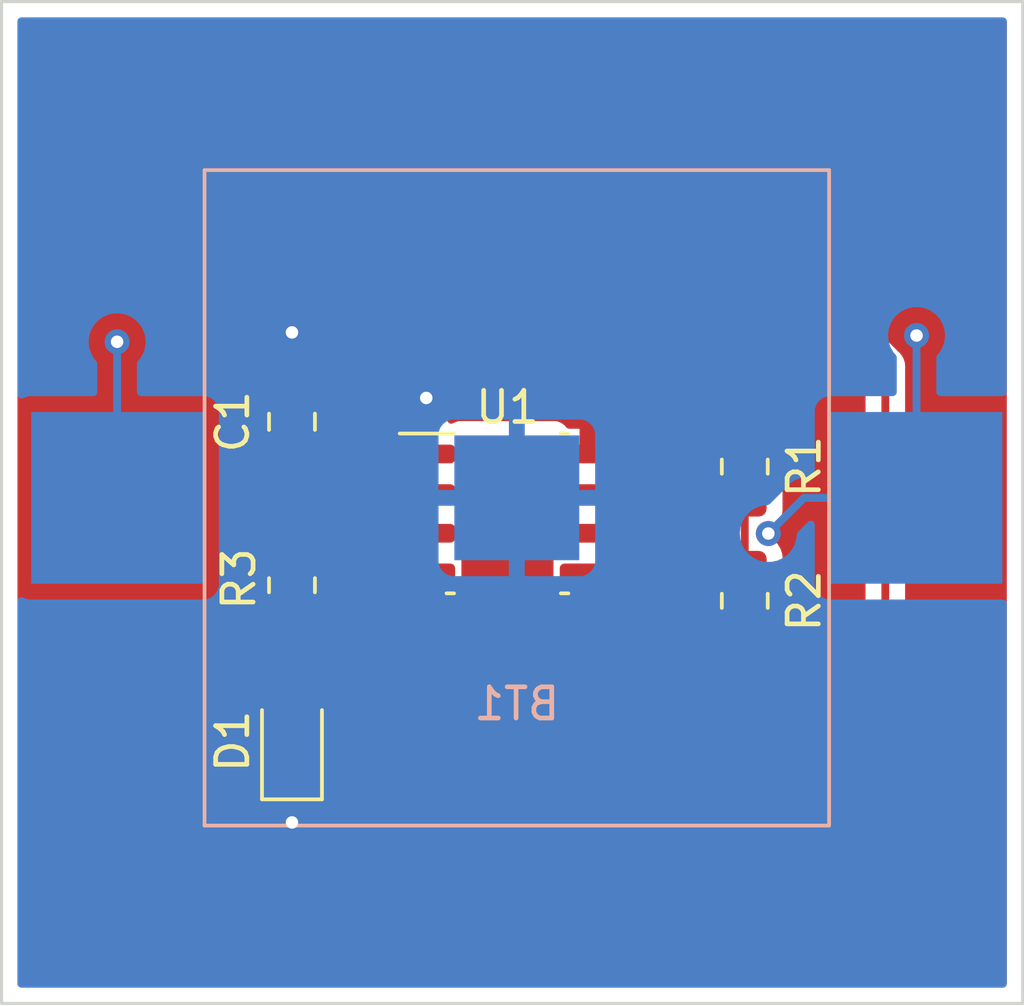
<source format=kicad_pcb>
(kicad_pcb (version 20211014) (generator pcbnew)
  (layers (0 "F.Cu" signal) (31 "B.Cu" signal) (34 "B.Paste" user) (35 "F.Paste" user) (36 "B.SilkS" user "B.Silkscreen") (37 "F.SilkS" user "F.Silkscreen") (38 "B.Mask" user) (39 "F.Mask" user) (44 "Edge.Cuts" user))
  (net 0 "")
  (net 1 "/VDD")
  (net 2 "GND")
  (net 3 "/THR")
  (net 4 "Net-(D1-Pad2)")
  (net 5 "/DIS")
  (net 6 "Net-(U1-Pad3)")
  (footprint "Resistor_SMD:R_0805_2012Metric_Pad1.20x1.40mm_HandSolder" (layer "F.Cu") (at 147.5 94.8 -90)
    (fp_text reference "R3" (at -0.2 1.7 90) (layer "F.SilkS"))
    (fp_text value "1k" hide)
    (fp_line (start -0.227064 -0.735) (end 0.227064 -0.735) (layer "F.SilkS") (width 0.12))
    (fp_line (start -0.227064 0.735) (end 0.227064 0.735) (layer "F.SilkS") (width 0.12))
    (pad "1" smd roundrect (at -1 0 270) (size 1.2 1.4) (layers "F.Cu" "F.Paste" "F.Mask") (roundrect_rratio 0.208333) (net 6 "Net-(U1-Pad3)"))
    (pad "2" smd roundrect (at 1 0 270) (size 1.2 1.4) (layers "F.Cu" "F.Paste" "F.Mask") (roundrect_rratio 0.208333) (net 4 "Net-(D1-Pad2)"))
  )
  (footprint "Resistor_SMD:R_0805_2012Metric_Pad1.20x1.40mm_HandSolder" (layer "F.Cu") (at 162 95.3 -90)
    (fp_text reference "R2" (at 0 -1.9 90) (layer "F.SilkS"))
    (fp_text value "470k" hide)
    (fp_line (start -0.227064 -0.735) (end 0.227064 -0.735) (layer "F.SilkS") (width 0.12))
    (fp_line (start -0.227064 0.735) (end 0.227064 0.735) (layer "F.SilkS") (width 0.12))
    (pad "1" smd roundrect (at -1 0 270) (size 1.2 1.4) (layers "F.Cu" "F.Paste" "F.Mask") (roundrect_rratio 0.208333) (net 5 "/DIS"))
    (pad "2" smd roundrect (at 1 0 270) (size 1.2 1.4) (layers "F.Cu" "F.Paste" "F.Mask") (roundrect_rratio 0.208333) (net 3 "/THR"))
  )
  (footprint "LED_SMD:LED_0805_2012Metric_Pad1.15x1.40mm_HandSolder" (layer "F.Cu") (at 147.5 99.8 90)
    (fp_text reference "D1" (at 0 -1.9 90) (layer "F.SilkS"))
    (fp_text value "LED" hide)
    (fp_line (start 1 -0.96) (end -1.86 -0.96) (layer "F.SilkS") (width 0.12))
    (fp_line (start -1.86 -0.96) (end -1.86 0.96) (layer "F.SilkS") (width 0.12))
    (fp_line (start -1.86 0.96) (end 1 0.96) (layer "F.SilkS") (width 0.12))
    (pad "1" smd roundrect (at -1.025 0 90) (size 1.15 1.4) (layers "F.Cu" "F.Paste" "F.Mask") (roundrect_rratio 0.217391) (net 2 "GND"))
    (pad "2" smd roundrect (at 1.025 0 90) (size 1.15 1.4) (layers "F.Cu" "F.Paste" "F.Mask") (roundrect_rratio 0.217391) (net 4 "Net-(D1-Pad2)"))
  )
  (footprint "Capacitor_SMD:C_0805_2012Metric_Pad1.18x1.45mm_HandSolder" (layer "F.Cu") (at 147.5 89.5625 90)
    (fp_text reference "C1" (at 0 -1.9 90) (layer "F.SilkS"))
    (fp_text value "1 u" hide)
    (fp_line (start -0.261252 0.735) (end 0.261252 0.735) (layer "F.SilkS") (width 0.12))
    (fp_line (start -0.261252 -0.735) (end 0.261252 -0.735) (layer "F.SilkS") (width 0.12))
    (pad "1" smd roundrect (at -1.0375 0 90) (size 1.175 1.45) (layers "F.Cu" "F.Paste" "F.Mask") (roundrect_rratio 0.212766) (net 3 "/THR"))
    (pad "2" smd roundrect (at 1.0375 0 90) (size 1.175 1.45) (layers "F.Cu" "F.Paste" "F.Mask") (roundrect_rratio 0.212766) (net 2 "GND"))
  )
  (footprint "Resistor_SMD:R_0805_2012Metric_Pad1.20x1.40mm_HandSolder" (layer "F.Cu") (at 162 91 -90)
    (fp_text reference "R1" (at 0 -1.9 90) (layer "F.SilkS"))
    (fp_text value "1k" hide)
    (fp_line (start -0.227064 0.735) (end 0.227064 0.735) (layer "F.SilkS") (width 0.12))
    (fp_line (start -0.227064 -0.735) (end 0.227064 -0.735) (layer "F.SilkS") (width 0.12))
    (pad "1" smd roundrect (at -1 0 270) (size 1.2 1.4) (layers "F.Cu" "F.Paste" "F.Mask") (roundrect_rratio 0.208333) (net 1 "/VDD"))
    (pad "2" smd roundrect (at 1 0 270) (size 1.2 1.4) (layers "F.Cu" "F.Paste" "F.Mask") (roundrect_rratio 0.208333) (net 5 "/DIS"))
  )
  (footprint "Package_SO:SOIC-8-1EP_3.9x4.9mm_P1.27mm_EP2.95x4.9mm_Mask2.71x3.4mm" (layer "F.Cu") (at 154.4 92.5)
    (fp_text reference "U1" (at 0 -3.4) (layer "F.SilkS"))
    (fp_text value "7555" hide)
    (fp_line (start 1.710584 -2.56) (end 1.95 -2.56) (layer "F.SilkS") (width 0.12))
    (fp_line (start -1.710584 -2.56) (end -3.45 -2.56) (layer "F.SilkS") (width 0.12))
    (fp_line (start -1.710584 2.56) (end -1.95 2.56) (layer "F.SilkS") (width 0.12))
    (fp_line (start 1.710584 2.56) (end 1.95 2.56) (layer "F.SilkS") (width 0.12))
    (pad "1" smd roundrect (at -2.5625 -1.905) (size 1.775 0.6) (layers "F.Cu" "F.Paste" "F.Mask") (net 2 "GND"))
    (pad "2" smd roundrect (at -2.5625 -0.635) (size 1.775 0.6) (layers "F.Cu" "F.Paste" "F.Mask") (net 3 "/THR"))
    (pad "3" smd roundrect (at -2.5625 0.635) (size 1.775 0.6) (layers "F.Cu" "F.Paste" "F.Mask") (net 6 "Net-(U1-Pad3)"))
    (pad "4" smd roundrect (at -2.5625 1.905) (size 1.775 0.6) (layers "F.Cu" "F.Paste" "F.Mask") (net 1 "/VDD"))
    (pad "5" smd roundrect (at 2.5625 1.905) (size 1.775 0.6) (layers "F.Cu" "F.Paste" "F.Mask"))
    (pad "6" smd roundrect (at 2.5625 0.635) (size 1.775 0.6) (layers "F.Cu" "F.Paste" "F.Mask") (net 3 "/THR"))
    (pad "7" smd roundrect (at 2.5625 -0.635) (size 1.775 0.6) (layers "F.Cu" "F.Paste" "F.Mask") (net 5 "/DIS"))
    (pad "8" smd roundrect (at 2.5625 -1.905) (size 1.775 0.6) (layers "F.Cu" "F.Paste" "F.Mask") (net 1 "/VDD"))
    (pad "9" smd rect (at 0 0) (size 2.95 4.9) (layers "F.Cu"))
  )
  (footprint "Blinky 5:S8211-46R" (layer "B.Cu") (at 154.7 92)
    (fp_text reference "BT1" (at 0 6.6 unlocked) (layer "B.SilkS") (effects (justify mirror)))
    (fp_text value "CR2032" hide)
    (fp_line (start 10 -10.5) (end -10 -10.5) (layer "B.SilkS") (width 0.12))
    (fp_line (start -10 10.5) (end -10 -10.5) (layer "B.SilkS") (width 0.12))
    (fp_line (start -10 10.5) (end 10 10.5) (layer "B.SilkS") (width 0.12))
    (fp_line (start 10 10.5) (end 10 -10.5) (layer "B.SilkS") (width 0.12))
    (pad "1" smd rect (at -12.8 0) (size 5.5 5.5) (layers "B.Cu" "B.Paste" "B.Mask") (net 1 "/VDD"))
    (pad "1" smd rect (at 12.8 0) (size 5.5 5.5) (layers "B.Cu" "B.Paste" "B.Mask") (net 1 "/VDD"))
    (pad "2" smd rect (at 0 0) (size 4 4) (layers "B.Cu" "B.Paste" "B.Mask") (net 2 "GND"))
  )
  (gr_line (start 170.9 76.1) (end 138.2 76.1) (layer "Edge.Cuts") (width 0.1))
  (gr_line (start 138.2 76.1) (end 138.2 108.2) (layer "Edge.Cuts") (width 0.1))
  (gr_line (start 170.9 108.2) (end 170.9 76.1) (layer "Edge.Cuts") (width 0.1))
  (gr_line (start 138.2 108.2) (end 170.9 108.2) (layer "Edge.Cuts") (width 0.1))
  (segment (start 156.9625 90.595) (end 161.405 90.595) (width 0.25) (layer "F.Cu") (net 1))
  (segment (start 161.405 90.595) (end 162 90) (width 0.25) (layer "F.Cu") (net 1))
  (via (at 162.754426 93.14308) (size 0.8) (drill 0.4) (layers "F.Cu" "B.Cu") (net 1))
  (via (at 141.9 87) (size 0.8) (drill 0.4) (layers "F.Cu" "B.Cu") (net 1))
  (via (at 167.5 86.8) (size 0.8) (drill 0.4) (layers "F.Cu" "B.Cu") (net 1))
  (segment (start 163.897506 92) (end 162.754426 93.14308) (width 0.25) (layer "B.Cu") (net 1))
  (segment (start 167.5 92) (end 167.5 86.8) (width 0.25) (layer "B.Cu") (net 1))
  (segment (start 167.5 92) (end 163.897506 92) (width 0.25) (layer "B.Cu") (net 1))
  (segment (start 141.9 92) (end 141.9 87) (width 0.25) (layer "B.Cu") (net 1))
  (segment (start 151.8375 88.8375) (end 151.8 88.8) (width 0.25) (layer "F.Cu") (net 2))
  (segment (start 151.8375 90.595) (end 151.8375 88.8375) (width 0.25) (layer "F.Cu") (net 2))
  (segment (start 147.5 88.525) (end 147.5 86.7) (width 0.25) (layer "F.Cu") (net 2))
  (segment (start 147.5 100.825) (end 147.5 102.4) (width 0.25) (layer "F.Cu") (net 2))
  (via (at 147.5 86.7) (size 0.8) (drill 0.4) (layers "F.Cu" "B.Cu") (net 2))
  (via (at 151.8 88.8) (size 0.8) (drill 0.4) (layers "F.Cu" "B.Cu") (net 2))
  (via (at 147.5 102.4) (size 0.8) (drill 0.4) (layers "F.Cu" "B.Cu") (net 2))
  (segment (start 163.1 97.4) (end 166.5 97.4) (width 0.25) (layer "F.Cu") (net 3))
  (segment (start 147.5 90.6) (end 148.765 91.865) (width 0.25) (layer "F.Cu") (net 3))
  (segment (start 151.6 86.8) (end 149.9 88.5) (width 0.25) (layer "F.Cu") (net 3))
  (segment (start 158.835 93.135) (end 156.9625 93.135) (width 0.25) (layer "F.Cu") (net 3))
  (segment (start 162 96.3) (end 158.835 93.135) (width 0.25) (layer "F.Cu") (net 3))
  (segment (start 149.9 88.5) (end 149.9 91.6) (width 0.25) (layer "F.Cu") (net 3))
  (segment (start 162 96.3) (end 163.1 97.4) (width 0.25) (layer "F.Cu") (net 3))
  (segment (start 149.9 91.6) (end 150.165 91.865) (width 0.25) (layer "F.Cu") (net 3))
  (segment (start 148.765 91.865) (end 150.165 91.865) (width 0.25) (layer "F.Cu") (net 3))
  (segment (start 165.5 86.8) (end 151.6 86.8) (width 0.25) (layer "F.Cu") (net 3))
  (segment (start 150.165 91.865) (end 151.8375 91.865) (width 0.25) (layer "F.Cu") (net 3))
  (segment (start 166.5 87.8) (end 165.5 86.8) (width 0.25) (layer "F.Cu") (net 3))
  (segment (start 166.5 97.4) (end 166.5 87.8) (width 0.25) (layer "F.Cu") (net 3))
  (segment (start 147.5 95.8) (end 147.5 98.775) (width 0.25) (layer "F.Cu") (net 4))
  (segment (start 157.0975 92) (end 156.9625 91.865) (width 0.25) (layer "F.Cu") (net 5))
  (segment (start 162 94.3) (end 162 92) (width 0.25) (layer "F.Cu") (net 5))
  (segment (start 162 92) (end 157.0975 92) (width 0.25) (layer "F.Cu") (net 5))
  (segment (start 148.165 93.135) (end 151.8375 93.135) (width 0.25) (layer "F.Cu") (net 6))
  (segment (start 147.5 93.8) (end 148.165 93.135) (width 0.25) (layer "F.Cu") (net 6))
  (zone (net 1) (net_name "/VDD") (layer "F.Cu") (connect_pads (clearance 0.508)) (min_thickness 0.254) (fill yes (thermal_gap 0.508) (thermal_bridge_width 0.508))
    (polygon (pts (xy 170.9 108.2) (xy 138.2 108.3) (xy 138.2 76.1) (xy 170.9 76.1)))
  )
  (zone (net 2) (net_name "GND") (layer "B.Cu") (connect_pads (clearance 0.508)) (min_thickness 0.254) (fill yes (thermal_gap 0.508) (thermal_bridge_width 0.508))
    (polygon (pts (xy 170.9 108.2) (xy 138.2 108.3) (xy 138.2 76.1) (xy 170.9 76.1)))
  )
)
</source>
